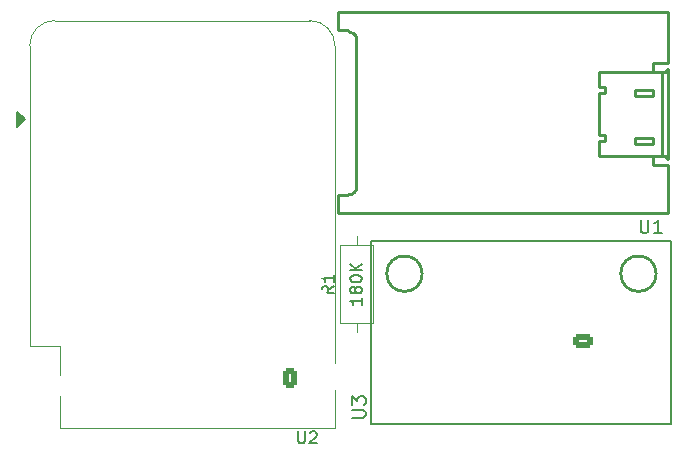
<source format=gto>
%TF.GenerationSoftware,KiCad,Pcbnew,(6.0.2)*%
%TF.CreationDate,2022-02-27T07:15:14-05:00*%
%TF.ProjectId,breakout_slime,62726561-6b6f-4757-945f-736c696d652e,0.1*%
%TF.SameCoordinates,Original*%
%TF.FileFunction,Legend,Top*%
%TF.FilePolarity,Positive*%
%FSLAX46Y46*%
G04 Gerber Fmt 4.6, Leading zero omitted, Abs format (unit mm)*
G04 Created by KiCad (PCBNEW (6.0.2)) date 2022-02-27 07:15:14*
%MOMM*%
%LPD*%
G01*
G04 APERTURE LIST*
G04 Aperture macros list*
%AMRoundRect*
0 Rectangle with rounded corners*
0 $1 Rounding radius*
0 $2 $3 $4 $5 $6 $7 $8 $9 X,Y pos of 4 corners*
0 Add a 4 corners polygon primitive as box body*
4,1,4,$2,$3,$4,$5,$6,$7,$8,$9,$2,$3,0*
0 Add four circle primitives for the rounded corners*
1,1,$1+$1,$2,$3*
1,1,$1+$1,$4,$5*
1,1,$1+$1,$6,$7*
1,1,$1+$1,$8,$9*
0 Add four rect primitives between the rounded corners*
20,1,$1+$1,$2,$3,$4,$5,0*
20,1,$1+$1,$4,$5,$6,$7,0*
20,1,$1+$1,$6,$7,$8,$9,0*
20,1,$1+$1,$8,$9,$2,$3,0*%
G04 Aperture macros list end*
%ADD10C,0.150000*%
%ADD11C,0.152000*%
%ADD12C,0.120000*%
%ADD13C,0.203000*%
%ADD14C,0.254000*%
%ADD15C,1.600000*%
%ADD16O,1.600000X1.600000*%
%ADD17C,1.651000*%
%ADD18R,1.651000X1.651000*%
%ADD19R,2.000000X2.000000*%
%ADD20O,2.000000X1.600000*%
%ADD21R,2.200000X2.200000*%
%ADD22O,2.200000X2.200000*%
%ADD23RoundRect,0.250000X0.350000X0.625000X-0.350000X0.625000X-0.350000X-0.625000X0.350000X-0.625000X0*%
%ADD24O,1.200000X1.750000*%
%ADD25O,2.200000X3.500000*%
%ADD26R,1.500000X2.500000*%
%ADD27O,1.500000X2.500000*%
%ADD28RoundRect,0.250000X-0.625000X0.350000X-0.625000X-0.350000X0.625000X-0.350000X0.625000X0.350000X0*%
%ADD29O,1.750000X1.200000*%
G04 APERTURE END LIST*
D10*
%TO.C,R1*%
X74898900Y-52345186D02*
X74422710Y-52678520D01*
X74898900Y-52916615D02*
X73898900Y-52916615D01*
X73898900Y-52535662D01*
X73946520Y-52440424D01*
X73994139Y-52392805D01*
X74089377Y-52345186D01*
X74232234Y-52345186D01*
X74327472Y-52392805D01*
X74375091Y-52440424D01*
X74422710Y-52535662D01*
X74422710Y-52916615D01*
X74898900Y-51392805D02*
X74898900Y-51964234D01*
X74898900Y-51678520D02*
X73898900Y-51678520D01*
X74041758Y-51773758D01*
X74136996Y-51868996D01*
X74184615Y-51964234D01*
X77268900Y-53345186D02*
X77268900Y-53916615D01*
X77268900Y-53630900D02*
X76268900Y-53630900D01*
X76411758Y-53726139D01*
X76506996Y-53821377D01*
X76554615Y-53916615D01*
X76697472Y-52773758D02*
X76649853Y-52868996D01*
X76602234Y-52916615D01*
X76506996Y-52964234D01*
X76459377Y-52964234D01*
X76364139Y-52916615D01*
X76316520Y-52868996D01*
X76268900Y-52773758D01*
X76268900Y-52583281D01*
X76316520Y-52488043D01*
X76364139Y-52440424D01*
X76459377Y-52392805D01*
X76506996Y-52392805D01*
X76602234Y-52440424D01*
X76649853Y-52488043D01*
X76697472Y-52583281D01*
X76697472Y-52773758D01*
X76745091Y-52868996D01*
X76792710Y-52916615D01*
X76887948Y-52964234D01*
X77078424Y-52964234D01*
X77173662Y-52916615D01*
X77221281Y-52868996D01*
X77268900Y-52773758D01*
X77268900Y-52583281D01*
X77221281Y-52488043D01*
X77173662Y-52440424D01*
X77078424Y-52392805D01*
X76887948Y-52392805D01*
X76792710Y-52440424D01*
X76745091Y-52488043D01*
X76697472Y-52583281D01*
X76268900Y-51773758D02*
X76268900Y-51678520D01*
X76316520Y-51583281D01*
X76364139Y-51535662D01*
X76459377Y-51488043D01*
X76649853Y-51440424D01*
X76887948Y-51440424D01*
X77078424Y-51488043D01*
X77173662Y-51535662D01*
X77221281Y-51583281D01*
X77268900Y-51678520D01*
X77268900Y-51773758D01*
X77221281Y-51868996D01*
X77173662Y-51916615D01*
X77078424Y-51964234D01*
X76887948Y-52011853D01*
X76649853Y-52011853D01*
X76459377Y-51964234D01*
X76364139Y-51916615D01*
X76316520Y-51868996D01*
X76268900Y-51773758D01*
X77268900Y-51011853D02*
X76268900Y-51011853D01*
X77268900Y-50440424D02*
X76697472Y-50868996D01*
X76268900Y-50440424D02*
X76840329Y-51011853D01*
D11*
%TO.C,U3*%
X76444591Y-63491577D02*
X77369877Y-63491577D01*
X77478734Y-63437148D01*
X77533162Y-63382720D01*
X77587591Y-63273862D01*
X77587591Y-63056148D01*
X77533162Y-62947291D01*
X77478734Y-62892862D01*
X77369877Y-62838434D01*
X76444591Y-62838434D01*
X76444591Y-62403005D02*
X76444591Y-61695434D01*
X76880020Y-62076434D01*
X76880020Y-61913148D01*
X76934448Y-61804291D01*
X76988877Y-61749862D01*
X77097734Y-61695434D01*
X77369877Y-61695434D01*
X77478734Y-61749862D01*
X77533162Y-61804291D01*
X77587591Y-61913148D01*
X77587591Y-62239720D01*
X77533162Y-62348577D01*
X77478734Y-62403005D01*
D10*
%TO.C,U2*%
X71869615Y-64660900D02*
X71869615Y-65470424D01*
X71917234Y-65565662D01*
X71964853Y-65613281D01*
X72060091Y-65660900D01*
X72250567Y-65660900D01*
X72345805Y-65613281D01*
X72393424Y-65565662D01*
X72441043Y-65470424D01*
X72441043Y-64660900D01*
X72869615Y-64756139D02*
X72917234Y-64708520D01*
X73012472Y-64660900D01*
X73250567Y-64660900D01*
X73345805Y-64708520D01*
X73393424Y-64756139D01*
X73441043Y-64851377D01*
X73441043Y-64946615D01*
X73393424Y-65089472D01*
X72821996Y-65660900D01*
X73441043Y-65660900D01*
D11*
%TO.C,U1*%
X100865862Y-46726591D02*
X100865862Y-47651877D01*
X100920291Y-47760734D01*
X100974720Y-47815162D01*
X101083577Y-47869591D01*
X101301291Y-47869591D01*
X101410148Y-47815162D01*
X101464577Y-47760734D01*
X101519005Y-47651877D01*
X101519005Y-46726591D01*
X102662005Y-47869591D02*
X102008862Y-47869591D01*
X102335434Y-47869591D02*
X102335434Y-46726591D01*
X102226577Y-46889877D01*
X102117720Y-46998734D01*
X102008862Y-47053162D01*
D12*
%TO.C,R1*%
X76816520Y-56218520D02*
X76816520Y-55448520D01*
X75446520Y-48908520D02*
X75446520Y-55448520D01*
X75446520Y-55448520D02*
X78186520Y-55448520D01*
X78186520Y-55448520D02*
X78186520Y-48908520D01*
X76816520Y-48138520D02*
X76816520Y-48908520D01*
X78186520Y-48908520D02*
X75446520Y-48908520D01*
D13*
%TO.C,U3*%
X103476048Y-48509980D02*
X103476048Y-64003980D01*
X103476048Y-64003980D02*
X78076048Y-64003980D01*
X78076048Y-48509980D02*
X103476048Y-48509980D01*
X78076048Y-64003980D02*
X78076048Y-61463980D01*
X78076048Y-61463980D02*
X78076048Y-48509980D01*
D14*
X102182048Y-51303980D02*
G75*
G03*
X102182048Y-51303980I-1500000J0D01*
G01*
X82370048Y-51303980D02*
G75*
G03*
X82370048Y-51303980I-1500000J0D01*
G01*
D12*
%TO.C,U2*%
X51671520Y-57428520D02*
X51671520Y-64328520D01*
X51671520Y-64328520D02*
X74991520Y-64328520D01*
X72871520Y-29868520D02*
X51261520Y-29868520D01*
X49131520Y-57428520D02*
X51671520Y-57428520D01*
X49131520Y-57428520D02*
X49131520Y-31998520D01*
X74991520Y-64328520D02*
X74991520Y-31998520D01*
X51261520Y-29868520D02*
G75*
G03*
X49131520Y-31998520I2J-2130002D01*
G01*
X74991520Y-31998520D02*
G75*
G03*
X72861520Y-29868520I-2130002J-2D01*
G01*
D10*
X48091520Y-37573520D02*
X48091520Y-38843520D01*
X48091520Y-38843520D02*
X48726520Y-38208520D01*
X48726520Y-38208520D02*
X48091520Y-37573520D01*
G36*
X48726520Y-38208520D02*
G01*
X48091520Y-38843520D01*
X48091520Y-37573520D01*
X48726520Y-38208520D01*
G37*
X48726520Y-38208520D02*
X48091520Y-38843520D01*
X48091520Y-37573520D01*
X48726520Y-38208520D01*
D14*
%TO.C,U1*%
X101895026Y-42130590D02*
X101895026Y-41368590D01*
X101895026Y-36288590D02*
X101895026Y-35780590D01*
X102911026Y-41368590D02*
X97323026Y-41368590D01*
X101133026Y-36288590D02*
X101895026Y-36288590D01*
X97831026Y-36034590D02*
X97831026Y-35526590D01*
X101133026Y-40352590D02*
X100371026Y-40352590D01*
X101895026Y-35780590D02*
X100371026Y-35780590D01*
X100371026Y-39844590D02*
X101133026Y-39844590D01*
X76749026Y-31208590D02*
X76749026Y-37304590D01*
X101133026Y-39844590D02*
X101895026Y-39844590D01*
X76495026Y-30954590D02*
X76749026Y-31208590D01*
X75860026Y-44670590D02*
X75225026Y-44670590D01*
X103165026Y-42130590D02*
X101895026Y-42130590D01*
X75225026Y-46194590D02*
X103165026Y-46194590D01*
X97323026Y-41368590D02*
X97323026Y-40098590D01*
X97323026Y-34256590D02*
X102911026Y-34256590D01*
X103165026Y-46194590D02*
X103165026Y-42130590D01*
X100371026Y-36288590D02*
X101133026Y-36288590D01*
X101895026Y-34256590D02*
X101895026Y-33494590D01*
X97831026Y-39590590D02*
X97323026Y-39590590D01*
X97831026Y-40098590D02*
X97831026Y-39590590D01*
X97323026Y-35526590D02*
X97323026Y-34256590D01*
X102911026Y-34256590D02*
X103165026Y-34002590D01*
X76622026Y-44416590D02*
X76368026Y-44543590D01*
X76749026Y-44162590D02*
X76622026Y-44416590D01*
X97323026Y-40098590D02*
X97831026Y-40098590D01*
X75225026Y-44670590D02*
X75225026Y-46194590D01*
X101895026Y-33494590D02*
X103165026Y-33494590D01*
X76749026Y-37304590D02*
X76749026Y-43654590D01*
X101895026Y-40352590D02*
X101133026Y-40352590D01*
X75225026Y-29176590D02*
X75225026Y-30700590D01*
X103165026Y-34002590D02*
X103165026Y-41622590D01*
X75225026Y-30700590D02*
X75987026Y-30700590D01*
X103165026Y-33494590D02*
X103165026Y-29176590D01*
X101895026Y-39844590D02*
X101895026Y-40352590D01*
X76749026Y-43654590D02*
X76749026Y-44162590D01*
X76241026Y-30827590D02*
X76495026Y-30954590D01*
X103165026Y-41622590D02*
X102911026Y-41368590D01*
X97323026Y-36034590D02*
X97831026Y-36034590D01*
X97323026Y-39590590D02*
X97323026Y-36034590D01*
X75987026Y-30700590D02*
X76241026Y-30827590D01*
X100371026Y-40352590D02*
X100371026Y-39844590D01*
X102657026Y-41368590D02*
X102657026Y-34256590D01*
X103165026Y-29176590D02*
X75225026Y-29176590D01*
X76368026Y-44543590D02*
X75860026Y-44670590D01*
X97831026Y-35526590D02*
X97323026Y-35526590D01*
X100371026Y-35780590D02*
X100371026Y-36288590D01*
%TD*%
%LPC*%
D15*
%TO.C,R1*%
X76816520Y-57258520D03*
D16*
X76816520Y-47098520D03*
%TD*%
D17*
%TO.C,U3*%
X89506048Y-62860980D03*
X102206048Y-62860980D03*
X92046048Y-62860980D03*
X99793048Y-62860980D03*
D18*
X79346048Y-62860980D03*
D17*
X81886048Y-62860980D03*
X84426048Y-62860980D03*
X86966048Y-62860980D03*
X94586048Y-62860980D03*
X97126048Y-62860980D03*
%TD*%
D19*
%TO.C,U2*%
X50631520Y-38208520D03*
D20*
X50631520Y-40748520D03*
X50631520Y-43288520D03*
X50631520Y-45828520D03*
X50631520Y-48368520D03*
X50631520Y-50908520D03*
X50631520Y-53448520D03*
X50631520Y-55988520D03*
X73491520Y-55988520D03*
X73491520Y-53448520D03*
X73491520Y-50908520D03*
X73491520Y-48368520D03*
X73491520Y-45828520D03*
X73491520Y-43288520D03*
X73491520Y-40748520D03*
X73491520Y-38208520D03*
%TD*%
D19*
%TO.C,U1*%
X101641026Y-44670590D03*
X101641026Y-30700590D03*
X78781026Y-30700590D03*
X78781026Y-33748590D03*
X78781026Y-41622590D03*
X78781026Y-44670590D03*
%TD*%
D21*
%TO.C,D2*%
X89770520Y-56750520D03*
D22*
X79610520Y-56750520D03*
%TD*%
D23*
%TO.C,J1*%
X71164520Y-60142520D03*
D24*
X69164520Y-60142520D03*
X67164520Y-60142520D03*
X65164520Y-60142520D03*
X63164520Y-60142520D03*
%TD*%
D21*
%TO.C,D1*%
X85198520Y-60052520D03*
D22*
X75038520Y-60052520D03*
%TD*%
D25*
%TO.C,SW1*%
X58850520Y-60814520D03*
X50650520Y-60814520D03*
D26*
X56750520Y-60814520D03*
D27*
X54750520Y-60814520D03*
X52750520Y-60814520D03*
%TD*%
D28*
%TO.C,BT1*%
X95956520Y-57020520D03*
D29*
X95956520Y-59020520D03*
%TD*%
M02*

</source>
